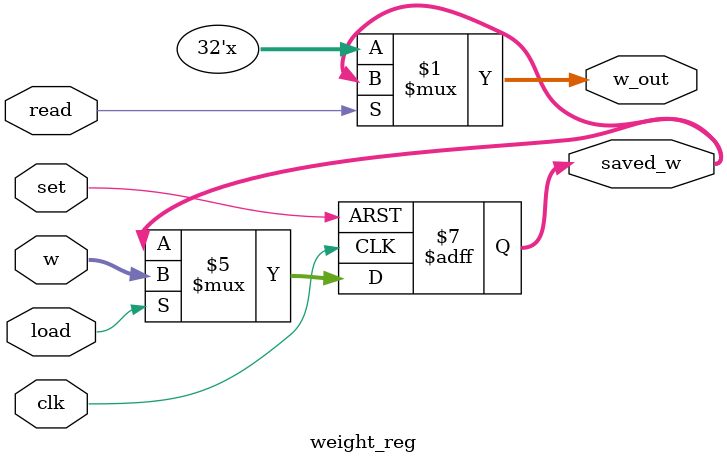
<source format=v>
module weight_reg #(parameter w_1 =  32'b00111111001000000000000000000000)(
    input [31:0] w,
    input clk,
    input load,
    input read,
    input set,
    output [31:0] w_out,
    output reg [31:0] saved_w
);


assign w_out = read ? saved_w : 32'bz;

always @(posedge clk or posedge set) begin
    if (set == 1) begin
        saved_w <= w_1;
    end else if (load == 1)  begin
        saved_w <= w;
    end    
end

endmodule
</source>
